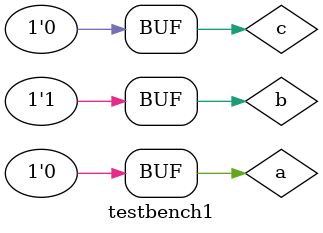
<source format=sv>
module sillyfunction(
    input logic a, b, c,
    output logic y
);
    assign y = ~b & ~c | a & ~b;
endmodule

module testbench1();
    logic a, b, c;
    logic y;
    sillyfunction dut(a, b, c, y);
    initial begin
        $dumpfile("testbench.vcd");
        $dumpvars(0, testbench1);
    end
    initial begin
        a=0; b=0; c=0; #10;
        c=1; #10;
        b=1; c=0; #10;
    end
endmodule


</source>
